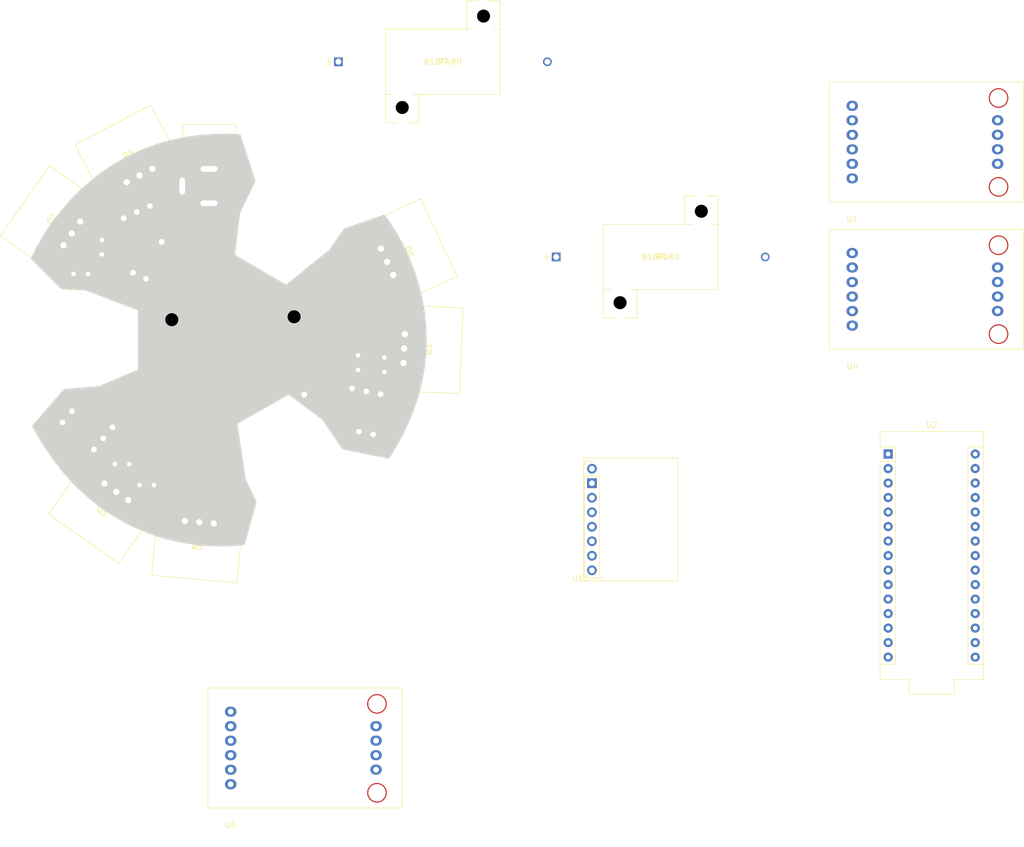
<source format=kicad_pcb>
(kicad_pcb (version 20211014) (generator pcbnew)
  (title_block (date "jeu. 02 avril 2015"))
  (layers (0 "F.Cu" signal) (31 "B.Cu" signal) (34 "B.Paste" user) (35 "F.Paste" user) (36 "B.SilkS" user "B.Silkscreen") (37 "F.SilkS" user "F.Silkscreen") (38 "B.Mask" user) (39 "F.Mask" user) (44 "Edge.Cuts" user))
  (net 0 "")
  (net 9 "Net-(J1-Pad2)")
  (net 29 "Net-(R1-Pad1)")
  (net 30 "Net-(R1-Pad2)")
  (net 31 "Net-(R2-Pad1)")
  (net 52 "Net-(U2-Pad5)")
  (net 53 "Net-(U1-Pad4)")
  (net 55 "Net-(R3-Pad1)")
  (net 56 "Net-(R3-Pad2)")
  (net 57 "Net-(R4-Pad1)")
  (net 58 "Net-(R5-Pad1)")
  (net 59 "Net-(R5-Pad2)")
  (net 60 "Net-(R6-Pad1)")
  (net 61 "Net-(U2-Pad6)")
  (net 62 "Net-(U2-Pad9)")
  (net 63 "Net-(U2-Pad16)")
  (net 66 "Net-(U1-Pad7)")
  (net 67 "Net-(U1-Pad8)")
  (net 69 "Net-(U1-Pad9)")
  (net 77 "Net-(U1-Pad10)")
  (net 78 "Net-(U11-Pad6)")
  (net 79 "Net-(U5-Pad4)")
  (net 82 "Net-(U10-Pad2)")
  (footprint "Resistor_THT:R_Axial_DIN0207_L6.3mm_D2.5mm_P2.54mm_Vertical" (layer "F.Cu") (at 63.83 70.425)
    (fp_text reference "R6" (at -0.975 2.375) (layer "F.SilkS"))
    (fp_text value "1kΩ")
    (fp_line (start 1.37 0) (end 1.44 0) (layer "F.SilkS") (width 0.12))
    (fp_circle (center 0 0) (end 1.37 0) (layer "F.SilkS") (width 0.12) (fill none))
    (pad "1" thru_hole circle locked (at 0 0) (size 1.6 1.6) (drill 0.8) (layers *.Cu *.Mask) (net 60 "Net-(R6-Pad1)"))
    (pad "2" thru_hole oval locked (at 2.54 0) (size 1.6 1.6) (drill 0.8) (layers *.Cu *.Mask) (net 59 "Net-(R5-Pad2)"))
  )
  (footprint "ATWCane-sensor-stuff:Solenoid" (layer "F.Cu") (at 61.925 96.375 -40)
    (fp_text reference "U8" (at 0.5 2.5 -40 unlocked) (layer "F.SilkS"))
    (fp_text value "Solenoid")
    (fp_text user "dir" (at 2.5 0 -40 unlocked) (layer "F.SilkS"))
    (fp_text user "Solenoid" (at -2.5 -1 50 unlocked) (layer "F.SilkS"))
    (fp_text user "tran" (at 3 -2.5 -40 unlocked) (layer "F.SilkS"))
    (fp_line (start -1.33 1.37) (end 1.33 1.37) (layer "F.SilkS") (width 0.12))
    (fp_line (start 1.33 -3.83) (end 1.33 -2.5) (layer "F.SilkS") (width 0.12))
    (fp_line (start -1.33 -1.23) (end 1.33 -1.23) (layer "F.SilkS") (width 0.12))
    (fp_line (start -1.33 -1.23) (end -1.33 1.37) (layer "F.SilkS") (width 0.12))
    (fp_line (start 0 -3.83) (end 1.33 -3.83) (layer "F.SilkS") (width 0.12))
    (fp_line (start 1.33 -1.23) (end 1.33 1.37) (layer "F.SilkS") (width 0.12))
    (pad "1" thru_hole rect (at 0 -2.5 320) (size 1.7 1.7) (drill 1) (layers *.Cu *.Mask))
    (pad "2" thru_hole oval (at 0 0.04 320) (size 1.7 1.7) (drill 1) (layers *.Cu *.Mask) (net 9 "Net-(J1-Pad2)"))
  )
  (footprint "footprints:810F4R0" (layer "F.Cu") (at 148.2895 67.446)
    (fp_text reference "R8" (at 18.288 0) (layer "F.SilkS"))
    (fp_text value "810F4R0" (at 18.288 0) (layer "F.SilkS"))
    (fp_text user "*" (at 0 0) (layer "F.SilkS"))
    (fp_line (start 8.255 -5.715) (end 8.255 5.715) (layer "F.SilkS") (width 0.12))
    (fp_line (start 28.321 -5.715) (end 27.032799 -5.715) (layer "F.SilkS") (width 0.12))
    (fp_line (start 12.808799 5.715) (end 28.321 5.715) (layer "F.SilkS") (width 0.12))
    (fp_line (start 28.321 5.715) (end 28.321 -5.715) (layer "F.SilkS") (width 0.12))
    (fp_line (start 24.517424 -10.668) (end 22.479 -10.668) (layer "F.SilkS") (width 0.12))
    (fp_line (start 23.767201 -5.715) (end 8.255 -5.715) (layer "F.SilkS") (width 0.12))
    (fp_line (start 8.255 5.715) (end 9.543201 5.715) (layer "F.SilkS") (width 0.12))
    (fp_line (start 14.097 10.668) (end 14.097 5.715) (layer "F.SilkS") (width 0.12))
    (fp_line (start 8.255 10.668) (end 10.293424 10.668) (layer "F.SilkS") (width 0.12))
    (fp_line (start 28.321 -5.715) (end 28.321 -10.668) (layer "F.SilkS") (width 0.12))
    (fp_line (start 8.255 5.715) (end 8.255 10.668) (layer "F.SilkS") (width 0.12))
    (fp_line (start -2.286 0) (end -1.09474 0) (layer "F.SilkS") (width 0.12))
    (fp_line (start -1.651 -0.635) (end -1.651 0.635) (layer "F.SilkS") (width 0.12))
    (fp_line (start 12.058576 10.668) (end 14.097 10.668) (layer "F.SilkS") (width 0.12))
    (fp_line (start 22.479 -10.668) (end 22.479 -5.715) (layer "F.SilkS") (width 0.12))
    (fp_line (start 28.321 -10.668) (end 26.282576 -10.668) (layer "F.SilkS") (width 0.12))
    (pad "" np_thru_hole circle (at 25.4 -8.001) (size 4.953 4.953) (drill 2.286) (layers))
    (pad "" np_thru_hole circle (at 11.176 8.001) (size 4.953 4.953) (drill 2.286) (layers))
    (pad "1" thru_hole rect (at 0 0) (size 1.524 1.524) (drill 1.016) (layers *.Cu *.Mask))
    (pad "2" thru_hole circle (at 36.576 0) (size 1.524 1.524) (drill 1.016) (layers *.Cu *.Mask))
  )
  (footprint "ATWCane-sensor-stuff:TO-220-3_VerticalHEAT" (layer "F.Cu") (at 88.360899 114.109062 175)
    (fp_text reference "Q5" (at 2.54 -4.27 175) (layer "F.SilkS"))
    (fp_text value "BD140")
    (fp_line (start -2.58 1.371) (end 7.66 1.371) (layer "F.SilkS") (width 0.12))
    (fp_line (start -2.58 -1.76) (end 7.66 -1.76) (layer "F.SilkS") (width 0.12))
    (fp_line (start 4.391 -3.27) (end 4.391 -1.76) (layer "F.SilkS") (width 0.12))
    (fp_line (start 7.66 -3.27) (end 7.66 1.371) (layer "F.SilkS") (width 0.12))
    (fp_line (start -2.58 -3.27) (end -2.58 1.371) (layer "F.SilkS") (width 0.12))
    (fp_line (start -2.58 -3.27) (end 7.66 -3.27) (layer "F.SilkS") (width 0.12))
    (fp_line (start 0.69 -3.27) (end 0.69 -1.76) (layer "F.SilkS") (width 0.12))
    (fp_rect (start -5 -10) (end 10 1.5) (layer "F.SilkS") (width 0.12) (fill none))
    (pad "1" thru_hole rect (at 0 0 175) (size 1.905 2) (drill 1.1) (layers *.Cu *.Mask))
    (pad "2" thru_hole oval (at 2.54 0 175) (size 1.905 2) (drill 1.1) (layers *.Cu *.Mask))
    (pad "3" thru_hole oval (at 5.08 0 175) (size 1.905 2) (drill 1.1) (layers *.Cu *.Mask))
  )
  (footprint "ATWCane-sensor-stuff:Board outline V1" (layer "F.Cu") (at 91 82)
    (fp_text reference "J2" (at -14.92 -27.05 unlocked) (layer "F.SilkS"))
    (fp_text value "Jack-DC")
    (fp_poly (pts (xy 1.885416 -35.892198) (xy 4.495901 -27.851027) (xy 1.814863 -22.313905) (xy 0.897665 -14.837026) (xy 10.034365 -9.511516) (xy 17.759985 -15.754003) (xy 20.229361 -19.386637) (xy 27.178892 -21.784881) (xy 27.830067 -20.909443) (xy 28.54133 -19.849474) (xy 29.418419 -18.405187) (xy 30.392864 -16.59947) (xy 31.396195 -14.455208) (xy 31.887297 -13.263274) (xy 32.359944 -11.995287) (xy 32.805577 -10.654107) (xy 33.215639 -9.242595) (xy 33.581571 -7.763612) (xy 33.894813 -6.220018) (xy 34.146807 -4.614675) (xy 34.328995 -2.950443) (xy 34.432818 -1.230183) (xy 34.449717 0.543245) (xy 34.371133 2.366979) (xy 34.188509 4.238158) (xy 33.893284 6.153923) (xy 33.476901 8.111411) (xy 32.9308 10.107762) (xy 32.246424 12.140116) (xy 31.415212 14.205611) (xy 30.428608 16.301387) (xy 29.278052 18.424583) (xy 27.954985 20.572338) (xy 19.98242 18.985264) (xy 16.52529 13.906632) (xy 10.528231 9.357025) (xy 1.320982 14.576733) (xy 2.802607 24.381321) (xy 4.672278 28.366638) (xy 2.626223 35.702446) (xy 1.577564 35.83422) (xy 0.342703 35.92586) (xy -1.298324 35.969713) (xy -3.294875 35.91706) (xy -5.596308 35.719184) (xy -8.151983 35.327366) (xy -9.509336 35.043505) (xy -10.911258 34.69289) (xy -12.351419 34.26943) (xy -13.82349 33.767037) (xy -15.32114 33.17962) (xy -16.838039 32.50109) (xy -18.367857 31.725356) (xy -19.904264 30.84633) (xy -21.440928 29.857921) (xy -22.971521 28.754041) (xy -24.489712 27.528598) (xy -25.989171 26.175503) (xy -27.463567 24.688668) (xy -28.906571 23.062001) (xy -30.311852 21.289413) (xy -31.67308 19.364815) (xy -32.983924 17.282117) (xy -34.238056 15.035229) (xy -28.770148 8.722203) (xy -22.631981 8.228447) (xy -15.717724 5.265911) (xy -15.717724 -5.314577) (xy -24.995528 -8.841408) (xy -29.369854 -9.158823) (xy -34.449716 -14.237457) (xy -33.999661 -15.233029) (xy -33.418179 -16.37187) (xy -32.582248 -17.844192) (xy -31.479262 -19.579581) (xy -30.096609 -21.507619) (xy -28.421683 -23.557891) (xy -27.470677 -24.606859) (xy -26.441874 -25.65998) (xy -25.333699 -26.708451) (xy -24.144574 -27.743471) (xy -22.872924 -28.756237) (xy -21.517174 -29.737947) (xy -20.075746 -30.679799) (xy -18.547065 -31.572992) (xy -16.929554 -32.408724) (xy -15.221638 -33.178191) (xy -13.421741 -33.872593) (xy -11.528285 -34.483127) (xy -9.539697 -35.000992) (xy -7.454398 -35.417384) (xy -5.270813 -35.723503) (xy -2.987367 -35.910547) (xy -0.602482 -35.969712) (xy 1.885416 -35.892198)) (layer "Edge.Cuts") (width 0.352725) (fill solid))
  )
  (footprint "Resistor_THT:R_Axial_DIN0207_L6.3mm_D2.5mm_P2.54mm_Vertical" (layer "F.Cu") (at 75.375 107.4)
    (fp_text reference "R3" (at 1.27 -2.37) (layer "F.SilkS"))
    (fp_text value "1kΩ")
    (fp_line (start 1.37 0) (end 1.44 0) (layer "F.SilkS") (width 0.12))
    (fp_circle (center 0 0) (end 1.37 0) (layer "F.SilkS") (width 0.12) (fill none))
    (pad "1" thru_hole circle locked (at 0 0) (size 1.6 1.6) (drill 0.8) (layers *.Cu *.Mask) (net 55 "Net-(R3-Pad1)"))
    (pad "2" thru_hole oval locked (at 2.54 0) (size 1.6 1.6) (drill 0.8) (layers *.Cu *.Mask) (net 56 "Net-(R3-Pad2)"))
  )
  (footprint "footprints:810F4R0" (layer "F.Cu") (at 79.24903 64.797262 -47)
    (fp_text reference "R9" (at 18.288 0 133) (layer "F.SilkS"))
    (fp_text value "Aluminum_Axiel_810_OHM" (at 18.288 0 133) (layer "F.SilkS"))
    (fp_text user "*" (at 0 0 133) (layer "F.SilkS"))
    (fp_line (start 28.321 -5.715) (end 27.032799 -5.715) (layer "F.SilkS") (width 0.12))
    (fp_line (start 8.255 -5.715) (end 8.255 5.715) (layer "F.SilkS") (width 0.12))
    (fp_line (start 12.058576 10.668) (end 14.097 10.668) (layer "F.SilkS") (width 0.12))
    (fp_line (start 8.255 5.715) (end 8.255 10.668) (layer "F.SilkS") (width 0.12))
    (fp_line (start 28.321 5.715) (end 28.321 -5.715) (layer "F.SilkS") (width 0.12))
    (fp_line (start 12.808799 5.715) (end 28.321 5.715) (layer "F.SilkS") (width 0.12))
    (fp_line (start -1.651 -0.635) (end -1.651 0.635) (layer "F.SilkS") (width 0.12))
    (fp_line (start 22.479 -10.668) (end 22.479 -5.715) (layer "F.SilkS") (width 0.12))
    (fp_line (start 23.767201 -5.715) (end 8.255 -5.715) (layer "F.SilkS") (width 0.12))
    (fp_line (start 14.097 10.668) (end 14.097 5.715) (layer "F.SilkS") (width 0.12))
    (fp_line (start 24.517424 -10.668) (end 22.479 -10.668) (layer "F.SilkS") (width 0.12))
    (fp_line (start 28.321 -5.715) (end 28.321 -10.668) (layer "F.SilkS") (width 0.12))
    (fp_line (start 28.321 -10.668) (end 26.282576 -10.668) (layer "F.SilkS") (width 0.12))
    (fp_line (start -2.286 0) (end -1.09474 0) (layer "F.SilkS") (width 0.12))
    (fp_line (start 8.255 5.715) (end 9.543201 5.715) (layer "F.SilkS") (width 0.12))
    (fp_line (start 8.255 10.668) (end 10.293424 10.668) (layer "F.SilkS") (width 0.12))
    (pad "" np_thru_hole circle (at 25.4 -8.001 313) (size 4.953 4.953) (drill 2.286) (layers))
    (pad "" np_thru_hole circle (at 11.176 8.001 313) (size 4.953 4.953) (drill 2.286) (layers))
    (pad "1" thru_hole rect (at 0 0 313) (size 1.524 1.524) (drill 1.016) (layers *.Cu *.Mask))
    (pad "2" thru_hole circle (at 36.576 0 313) (size 1.524 1.524) (drill 1.016) (layers *.Cu *.Mask))
  )
  (footprint "Arduino:Arduino_Nano" (layer "F.Cu") (at 206.38 101.95)
    (fp_text reference "U2" (at 7.62 -5.08) (layer "F.SilkS"))
    (fp_text value "Arduino_Nano")
    (fp_line (start -1.397 39.497) (end 3.683 39.497) (layer "F.SilkS") (width 0.12))
    (fp_line (start 1.27 -1.27) (end -1.397 -1.27) (layer "F.SilkS") (width 0.12))
    (fp_line (start 13.97 -1.27) (end 16.64 -1.27) (layer "F.SilkS") (width 0.12))
    (fp_line (start 1.27 1.27) (end -1.397 1.27) (layer "F.SilkS") (width 0.12))
    (fp_line (start 16.637 -3.937) (end -1.397 -3.937) (layer "F.SilkS") (width 0.12))
    (fp_line (start 1.27 1.27) (end 1.27 -1.27) (layer "F.SilkS") (width 0.12))
    (fp_line (start -1.397 -3.937) (end -1.397 -1.27) (layer "F.SilkS") (width 0.12))
    (fp_line (start -1.397 1.27) (end -1.397 39.497) (layer "F.SilkS") (width 0.12))
    (fp_line (start 1.27 1.27) (end 1.27 36.83) (layer "F.SilkS") (width 0.12))
    (fp_line (start 16.637 39.497) (end 16.637 -3.937) (layer "F.SilkS") (width 0.12))
    (fp_line (start 1.27 36.83) (end -1.4 36.83) (layer "F.SilkS") (width 0.12))
    (fp_line (start 3.683 42.037) (end 3.683 39.497) (layer "F.SilkS") (width 0.12))
    (fp_line (start 13.97 -1.27) (end 13.97 36.83) (layer "F.SilkS") (width 0.12))
    (fp_line (start 11.557 39.497) (end 16.637 39.497) (layer "F.SilkS") (width 0.12))
    (fp_line (start 13.97 36.83) (end 16.64 36.83) (layer "F.SilkS") (width 0.12))
    (fp_line (start 3.683 42.037) (end 11.557 42.037) (layer "F.SilkS") (width 0.12))
    (fp_line (start 11.557 42.037) (end 11.557 39.497) (layer "F.SilkS") (width 0.12))
    (pad "1" thru_hole rect (at 0 0) (size 1.6 1.6) (drill 0.8) (layers *.Cu *.Mask))
    (pad "2" thru_hole oval (at 0 2.54) (size 1.6 1.6) (drill 0.8) (layers *.Cu *.Mask))
    (pad "3" thru_hole oval (at 0 5.08) (size 1.6 1.6) (drill 0.8) (layers *.Cu *.Mask))
    (pad "4" thru_hole oval (at 0 7.62) (size 1.6 1.6) (drill 0.8) (layers *.Cu *.Mask))
    (pad "5" thru_hole oval (at 0 10.16) (size 1.6 1.6) (drill 0.8) (layers *.Cu *.Mask) (net 52 "Net-(U2-Pad5)"))
    (pad "6" thru_hole oval (at 0 12.7) (size 1.6 1.6) (drill 0.8) (layers *.Cu *.Mask) (net 61 "Net-(U2-Pad6)"))
    (pad "7" thru_hole oval (at 0 15.24) (size 1.6 1.6) (drill 0.8) (layers *.Cu *.Mask) (net 69 "Net-(U1-Pad9)"))
    (pad "8" thru_hole oval (at 0 17.78) (size 1.6 1.6) (drill 0.8) (layers *.Cu *.Mask) (net 67 "Net-(U1-Pad8)"))
    (pad "9" thru_hole oval (at 0 20.32) (size 1.6 1.6) (drill 0.8) (layers *.Cu *.Mask) (net 62 "Net-(U2-Pad9)"))
    (pad "10" thru_hole oval (at 0 22.86) (size 1.6 1.6) (drill 0.8) (layers *.Cu *.Mask))
    (pad "11" thru_hole oval (at 0 25.4) (size 1.6 1.6) (drill 0.8) (layers *.Cu *.Mask))
    (pad "12" thru_hole oval (at 0 27.94) (size 1.6 1.6) (drill 0.8) (layers *.Cu *.Mask))
    (pad "13" thru_hole oval (at 0 30.48) (size 1.6 1.6) (drill 0.8) (layers *.Cu *.Mask))
    (pad "14" thru_hole oval (at 0 33.02) (size 1.6 1.6) (drill 0.8) (layers *.Cu *.Mask))
    (pad "15" thru_hole oval (at 0 35.56) (size 1.6 1.6) (drill 0.8) (layers *.Cu *.Mask))
    (pad "16" thru_hole oval (at 15.24 35.56) (size 1.6 1.6) (drill 0.8) (layers *.Cu *.Mask) (net 63 "Net-(U2-Pad16)"))
    (pad "17" thru_hole oval (at 15.24 33.02) (size 1.6 1.6) (drill 0.8) (layers *.Cu *.Mask))
    (pad "18" thru_hole oval (at 15.24 30.48) (size 1.6 1.6) (drill 0.8) (layers *.Cu *.Mask))
    (pad "19" thru_hole oval (at 15.24 27.94) (size 1.6 1.6) (drill 0.8) (layers *.Cu *.Mask))
    (pad "20" thru_hole oval (at 15.24 25.4) (size 1.6 1.6) (drill 0.8) (layers *.Cu *.Mask))
    (pad "21" thru_hole oval (at 15.24 22.86) (size 1.6 1.6) (drill 0.8) (layers *.Cu *.Mask))
    (pad "22" thru_hole oval (at 15.24 20.32) (size 1.6 1.6) (drill 0.8) (layers *.Cu *.Mask))
    (pad "23" thru_hole oval (at 15.24 17.78) (size 1.6 1.6) (drill 0.8) (layers *.Cu *.Mask))
    (pad "24" thru_hole oval (at 15.24 15.24) (size 1.6 1.6) (drill 0.8) (layers *.Cu *.Mask) (net 78 "Net-(U11-Pad6)"))
    (pad "25" thru_hole oval (at 15.24 12.7) (size 1.6 1.6) (drill 0.8) (layers *.Cu *.Mask))
    (pad "26" thru_hole oval (at 15.24 10.16) (size 1.6 1.6) (drill 0.8) (layers *.Cu *.Mask))
    (pad "27" thru_hole oval (at 15.24 7.62) (size 1.6 1.6) (drill 0.8) (layers *.Cu *.Mask))
    (pad "28" thru_hole oval (at 15.24 5.08) (size 1.6 1.6) (drill 0.8) (layers *.Cu *.Mask))
    (pad "29" thru_hole oval (at 15.24 2.54) (size 1.6 1.6) (drill 0.8) (layers *.Cu *.Mask))
    (pad "30" thru_hole oval (at 15.24 0) (size 1.6 1.6) (drill 0.8) (layers *.Cu *.Mask))
  )
  (footprint "Connector_BarrelJack:BarrelJack_Horizontal" (layer "F.Cu") (at 87.538787 46.037312 -90)
    (fp_text reference "J1" (at 3.55 5.75 90) (layer "F.SilkS") (effects (justify mirror)))
    (fp_text value "Jack-DC")
    (fp_line (start 12.9 -4.6) (end 12.9 -2) (layer "F.SilkS") (width 0.12))
    (fp_line (start 7 4.6) (end -1.8 4.6) (layer "F.SilkS") (width 0.12))
    (fp_line (start 13.1 -3.75) (end 13.1 -4.8) (layer "F.SilkS") (width 0.12))
    (fp_line (start -1.8 4.6) (end -1.8 -4.6) (layer "F.SilkS") (width 0.12))
    (fp_line (start -1.8 -4.6) (end 12.9 -4.6) (layer "F.SilkS") (width 0.12))
    (fp_line (start 12.05 -4.8) (end 13.1 -4.8) (layer "F.SilkS") (width 0.12))
    (fp_line (start 12.9 4.6) (end 11 4.6) (layer "F.SilkS") (width 0.12))
    (fp_line (start 12.9 1.9) (end 12.9 4.6) (layer "F.SilkS") (width 0.12))
    (pad "1" thru_hole rect (at 12 0 270) (size 3.5 3.5) (drill oval 1 3) (layers *.Cu *.Mask))
    (pad "2" thru_hole roundrect (at 6 0 270) (size 3 3.5) (drill oval 1 3) (layers *.Cu *.Mask) (net 9 "Net-(J1-Pad2)"))
    (pad "3" thru_hole roundrect (at 9 4.7 270) (size 3.5 3.5) (drill oval 3 1) (layers *.Cu *.Mask))
  )
  (footprint "Connector_PinHeader_2.54mm:PinHeader_1x03_P2.54mm_Vertical" (layer "F.Cu") (at 72.586573 60.667111 115)
    (fp_text reference "U7" (at 0 -2.33 115) (layer "F.SilkS"))
    (fp_text value "Weight_Sens")
    (fp_line (start -1.33 1.27) (end -1.33 6.41) (layer "F.SilkS") (width 0.12))
    (fp_line (start -1.33 1.27) (end 1.33 1.27) (layer "F.SilkS") (width 0.12))
    (fp_line (start -1.33 0) (end -1.33 -1.33) (layer "F.SilkS") (width 0.12))
    (fp_line (start 1.33 1.27) (end 1.33 6.41) (layer "F.SilkS") (width 0.12))
    (fp_line (start -1.33 -1.33) (end 0 -1.33) (layer "F.SilkS") (width 0.12))
    (fp_line (start -1.33 6.41) (end 1.33 6.41) (layer "F.SilkS") (width 0.12))
    (pad "1" thru_hole rect locked (at 0 0 115) (size 1.7 1.7) (drill 1) (layers *.Cu *.Mask) (net 79 "Net-(U5-Pad4)"))
    (pad "2" thru_hole oval locked (at 0 2.54 115) (size 1.7 1.7) (drill 1) (layers *.Cu *.Mask) (net 58 "Net-(R5-Pad1)"))
    (pad "3" thru_hole oval locked (at 0 5.08 115) (size 1.7 1.7) (drill 1) (layers *.Cu *.Mask) (net 60 "Net-(R6-Pad1)"))
  )
  (footprint "ATWCane-sensor-stuff:TO-220-3_VerticalHEAT" (layer "F.Cu") (at 121.796586 80.949835 -92.5)
    (fp_text reference "Q3" (at 2.54 -4.27 87.5) (layer "F.SilkS"))
    (fp_text value "BD140")
    (fp_line (start -2.58 -3.27) (end 7.66 -3.27) (layer "F.SilkS") (width 0.12))
    (fp_line (start 4.391 -3.27) (end 4.391 -1.76) (layer "F.SilkS") (width 0.12))
    (fp_line (start 0.69 -3.27) (end 0.69 -1.76) (layer "F.SilkS") (width 0.12))
    (fp_line (start -2.58 -3.27) (end -2.58 1.371) (layer "F.SilkS") (width 0.12))
    (fp_line (start 7.66 -3.27) (end 7.66 1.371) (layer "F.SilkS") (width 0.12))
    (fp_line (start -2.58 1.371) (end 7.66 1.371) (layer "F.SilkS") (width 0.12))
    (fp_line (start -2.58 -1.76) (end 7.66 -1.76) (layer "F.SilkS") (width 0.12))
    (fp_rect (start -5 -10) (end 10 1.5) (layer "F.SilkS") (width 0.12) (fill none))
    (pad "1" thru_hole rect (at 0 0 267.5) (size 1.905 2) (drill 1.1) (layers *.Cu *.Mask))
    (pad "2" thru_hole oval (at 2.54 0 267.5) (size 1.905 2) (drill 1.1) (layers *.Cu *.Mask))
    (pad "3" thru_hole oval (at 5.08 0 267.5) (size 1.905 2) (drill 1.1) (layers *.Cu *.Mask))
  )
  (footprint "ATWCane-sensor-stuff:TO-220-3_VerticalHEAT" (layer "F.Cu") (at 73.125 54.35 27.5)
    (fp_text reference "Q4" (at 2.54 -4.27 27.5) (layer "F.SilkS"))
    (fp_text value "BD140")
    (fp_line (start 0.69 -3.27) (end 0.69 -1.76) (layer "F.SilkS") (width 0.12))
    (fp_line (start 4.391 -3.27) (end 4.391 -1.76) (layer "F.SilkS") (width 0.12))
    (fp_line (start -2.58 1.371) (end 7.66 1.371) (layer "F.SilkS") (width 0.12))
    (fp_line (start -2.58 -3.27) (end -2.58 1.371) (layer "F.SilkS") (width 0.12))
    (fp_line (start -2.58 -3.27) (end 7.66 -3.27) (layer "F.SilkS") (width 0.12))
    (fp_line (start -2.58 -1.76) (end 7.66 -1.76) (layer "F.SilkS") (width 0.12))
    (fp_line (start 7.66 -3.27) (end 7.66 1.371) (layer "F.SilkS") (width 0.12))
    (fp_rect (start -5 -10) (end 10 1.5) (layer "F.SilkS") (width 0.12) (fill none))
    (pad "1" thru_hole rect (at 0 0 27.5) (size 1.905 2) (drill 1.1) (layers *.Cu *.Mask))
    (pad "2" thru_hole oval (at 2.54 0 27.5) (size 1.905 2) (drill 1.1) (layers *.Cu *.Mask))
    (pad "3" thru_hole oval (at 5.08 0 27.5) (size 1.905 2) (drill 1.1) (layers *.Cu *.Mask))
  )
  (footprint "ATWCane-sensor-stuff:Solenoid" (layer "F.Cu") (at 74.261252 70.216905 -115)
    (fp_text reference "U10" (at 0.5 2.5 -115 unlocked) (layer "F.SilkS"))
    (fp_text value "Solenoid")
    (fp_text user "Solenoid" (at -2.5 -1 -25 unlocked) (layer "F.SilkS"))
    (fp_text user "tran" (at 3 -2.5 -115 unlocked) (layer "F.SilkS"))
    (fp_text user "dir" (at 2.5 0 -115 unlocked) (layer "F.SilkS"))
    (fp_line (start 1.33 -1.23) (end 1.33 1.37) (layer "F.SilkS") (width 0.12))
    (fp_line (start -1.33 -1.23) (end 1.33 -1.23) (layer "F.SilkS") (width 0.12))
    (fp_line (start 1.33 -3.83) (end 1.33 -2.5) (layer "F.SilkS") (width 0.12))
    (fp_line (start -1.33 1.37) (end 1.33 1.37) (layer "F.SilkS") (width 0.12))
    (fp_line (start -1.33 -1.23) (end -1.33 1.37) (layer "F.SilkS") (width 0.12))
    (fp_line (start 0 -3.83) (end 1.33 -3.83) (layer "F.SilkS") (width 0.12))
    (pad "1" thru_hole rect (at 0 -2.5 245) (size 1.7 1.7) (drill 1) (layers *.Cu *.Mask))
    (pad "2" thru_hole oval (at 0 0.04 245) (size 1.7 1.7) (drill 1) (layers *.Cu *.Mask) (net 82 "Net-(U10-Pad2)"))
  )
  (footprint "ATWCane-sensor-stuff:Solenoid" (layer "F.Cu") (at 116.225 98.525 78.5)
    (fp_text reference "U9" (at 0.5 2.5 78.5 unlocked) (layer "F.SilkS"))
    (fp_text value "Solenoid")
    (fp_text user "tran" (at 3 -2.5 78.5 unlocked) (layer "F.SilkS"))
    (fp_text user "dir" (at 2.5 0 78.5 unlocked) (layer "F.SilkS"))
    (fp_text user "Solenoid" (at -2.5 -1 168.5 unlocked) (layer "F.SilkS"))
    (fp_line (start 1.33 -1.23) (end 1.33 1.37) (layer "F.SilkS") (width 0.12))
    (fp_line (start 0 -3.83) (end 1.33 -3.83) (layer "F.SilkS") (width 0.12))
    (fp_line (start -1.33 -1.23) (end -1.33 1.37) (layer "F.SilkS") (width 0.12))
    (fp_line (start -1.33 -1.23) (end 1.33 -1.23) (layer "F.SilkS") (width 0.12))
    (fp_line (start 1.33 -3.83) (end 1.33 -2.5) (layer "F.SilkS") (width 0.12))
    (fp_line (start -1.33 1.37) (end 1.33 1.37) (layer "F.SilkS") (width 0.12))
    (pad "1" thru_hole rect (at 0 -2.5 78.5) (size 1.7 1.7) (drill 1) (layers *.Cu *.Mask))
    (pad "2" thru_hole oval (at 0 0.04 78.5) (size 1.7 1.7) (drill 1) (layers *.Cu *.Mask) (net 82 "Net-(U10-Pad2)"))
  )
  (footprint "ATWCane-sensor-stuff:HX711board" (layer "F.Cu") (at 200.095 87.08)
    (fp_text reference "U4" (at 0 -0.5 unlocked) (layer "F.SilkS"))
    (fp_text value "HX711-board")
    (fp_circle (center 25.6 -21.69) (end 27.225 -21.69) (layer "F.Cu") (width 0.2) (fill none))
    (fp_circle (center 25.6 -6.125) (end 27.225 -6.125) (layer "F.Cu") (width 0.2) (fill none))
    (fp_rect (start -4 -24.47) (end 30 -3.47) (layer "F.SilkS") (width 0.12) (fill none))
    (pad "1" thru_hole oval (at 0 -20.32) (size 2 1.75) (drill 1.016) (layers *.Cu *.Mask) (net 29 "Net-(R1-Pad1)"))
    (pad "2" thru_hole oval (at 0 -17.78) (size 2 1.75) (drill 1.016) (layers *.Cu *.Mask) (net 31 "Net-(R2-Pad1)"))
    (pad "3" thru_hole oval (at 0 -15.24) (size 2 1.75) (drill 1.016) (layers *.Cu *.Mask) (net 30 "Net-(R1-Pad2)"))
    (pad "4" thru_hole oval (at 0 -12.7) (size 2 1.75) (drill 1.016) (layers *.Cu *.Mask))
    (pad "5" thru_hole oval (at 0 -10.16) (size 2 1.75) (drill 1.016) (layers *.Cu *.Mask))
    (pad "6" thru_hole oval (at 0 -7.62) (size 2 1.75) (drill 1.016) (layers *.Cu *.Mask))
    (pad "7" thru_hole oval (at 25.44 -17.79 90) (size 1.75 2) (drill 1.016) (layers *.Cu *.Mask))
    (pad "8" thru_hole oval (at 25.44 -15.25 90) (size 1.75 2) (drill 1.016) (layers *.Cu *.Mask) (net 63 "Net-(U2-Pad16)"))
    (pad "9" thru_hole oval (at 25.44 -12.71 90) (size 1.75 2) (drill 1.016) (layers *.Cu *.Mask) (net 62 "Net-(U2-Pad9)"))
    (pad "10" thru_hole oval (at 25.44 -10.17) (size 2 1.75) (drill 1.016) (layers *.Cu *.Mask))
  )
  (footprint "Connector_PinHeader_2.54mm:PinHeader_1x03_P2.54mm_Vertical" (layer "F.Cu") (at 117.54931 91.478404 -101.5)
    (fp_text reference "U3" (at 0 -2.33 78.5) (layer "F.SilkS"))
    (fp_text value "Weight_Sens")
    (fp_line (start -1.33 -1.33) (end 0 -1.33) (layer "F.SilkS") (width 0.12))
    (fp_line (start -1.33 0) (end -1.33 -1.33) (layer "F.SilkS") (width 0.12))
    (fp_line (start -1.33 6.41) (end 1.33 6.41) (layer "F.SilkS") (width 0.12))
    (fp_line (start -1.33 1.27) (end -1.33 6.41) (layer "F.SilkS") (width 0.12))
    (fp_line (start -1.33 1.27) (end 1.33 1.27) (layer "F.SilkS") (width 0.12))
    (fp_line (start 1.33 1.27) (end 1.33 6.41) (layer "F.SilkS") (width 0.12))
    (pad "1" thru_hole rect locked (at 0 0 258.5) (size 1.7 1.7) (drill 1) (layers *.Cu *.Mask))
    (pad "2" thru_hole oval locked (at 0 2.54 258.5) (size 1.7 1.7) (drill 1) (layers *.Cu *.Mask) (net 31 "Net-(R2-Pad1)"))
    (pad "3" thru_hole oval locked (at 0 5.08 258.5) (size 1.7 1.7) (drill 1) (layers *.Cu *.Mask) (net 29 "Net-(R1-Pad1)"))
  )
  (footprint "Resistor_THT:R_Axial_DIN0207_L6.3mm_D2.5mm_P2.54mm_Vertical" (layer "F.Cu") (at 118.225 87.595 90)
    (fp_text reference "R2" (at 1.27 -2.37 90) (layer "F.SilkS"))
    (fp_text value "1kΩ")
    (fp_line (start 1.37 0) (end 1.44 0) (layer "F.SilkS") (width 0.12))
    (fp_circle (center 0 0) (end 1.37 0) (layer "F.SilkS") (width 0.12) (fill none))
    (pad "1" thru_hole circle locked (at 0 0 90) (size 1.6 1.6) (drill 0.8) (layers *.Cu *.Mask) (net 31 "Net-(R2-Pad1)"))
    (pad "2" thru_hole oval locked (at 2.54 0 90) (size 1.6 1.6) (drill 0.8) (layers *.Cu *.Mask) (net 30 "Net-(R1-Pad2)"))
  )
  (footprint "Resistor_THT:R_Axial_DIN0207_L6.3mm_D2.5mm_P2.54mm_Vertical" (layer "F.Cu") (at 68.775 66.99 90)
    (fp_text reference "R1" (at 1.27 -2.37 90) (layer "F.SilkS"))
    (fp_text value "1kΩ")
    (fp_line (start 1.37 0) (end 1.44 0) (layer "F.SilkS") (width 0.12))
    (fp_circle (center 0 0) (end 1.37 0) (layer "F.SilkS") (width 0.12) (fill none))
    (pad "1" thru_hole circle locked (at 0 0 90) (size 1.6 1.6) (drill 0.8) (layers *.Cu *.Mask) (net 29 "Net-(R1-Pad1)"))
    (pad "2" thru_hole oval locked (at 2.54 0 90) (size 1.6 1.6) (drill 0.8) (layers *.Cu *.Mask) (net 30 "Net-(R1-Pad2)"))
  )
  (footprint "ATWCane-sensor-stuff:TO-220-3_VerticalHEAT" (layer "F.Cu") (at 62.075 65.4 55)
    (fp_text reference "Q2" (at 2.54 -4.27 55) (layer "F.SilkS"))
    (fp_text value "BD140")
    (fp_line (start -2.58 -3.27) (end -2.58 1.371) (layer "F.SilkS") (width 0.12))
    (fp_line (start 0.69 -3.27) (end 0.69 -1.76) (layer "F.SilkS") (width 0.12))
    (fp_line (start 4.391 -3.27) (end 4.391 -1.76) (layer "F.SilkS") (width 0.12))
    (fp_line (start -2.58 -3.27) (end 7.66 -3.27) (layer "F.SilkS") (width 0.12))
    (fp_line (start -2.58 1.371) (end 7.66 1.371) (layer "F.SilkS") (width 0.12))
    (fp_line (start -2.58 -1.76) (end 7.66 -1.76) (layer "F.SilkS") (width 0.12))
    (fp_line (start 7.66 -3.27) (end 7.66 1.371) (layer "F.SilkS") (width 0.12))
    (fp_rect (start -5 -10) (end 10 1.5) (layer "F.SilkS") (width 0.12) (fill none))
    (pad "1" thru_hole rect (at 0 0 55) (size 1.905 2) (drill 1.1) (layers *.Cu *.Mask))
    (pad "2" thru_hole oval (at 2.54 0 55) (size 1.905 2) (drill 1.1) (layers *.Cu *.Mask))
    (pad "3" thru_hole oval (at 5.08 0 55) (size 1.905 2) (drill 1.1) (layers *.Cu *.Mask))
  )
  (footprint "ATWCane-sensor-stuff:MPU6050" (layer "F.Cu") (at 153.075 124.105)
    (fp_text reference "U11" (at -0.53 -0.38 unlocked) (layer "F.SilkS"))
    (fp_text value "MPU6050")
    (fp_line (start 0.14 -20.91) (end 1.47 -20.91) (layer "F.SilkS") (width 0.12))
    (fp_line (start 0.14 -18.31) (end 0.14 -0.47) (layer "F.SilkS") (width 0.12))
    (fp_line (start 0.14 -18.31) (end 2.8 -18.31) (layer "F.SilkS") (width 0.12))
    (fp_line (start 2.8 -18.31) (end 2.8 -0.47) (layer "F.SilkS") (width 0.12))
    (fp_line (start 0.67 -0.46) (end 3.33 -0.46) (layer "F.SilkS") (width 0.12))
    (fp_line (start 0.14 -19.58) (end 0.14 -20.91) (layer "F.SilkS") (width 0.12))
    (fp_rect (start 0 0.05) (end 16.5 -21.45) (layer "F.SilkS") (width 0.12) (fill none))
    (pad "" np_thru_hole oval (at 14.15 -2.3) (size 1.7 1.7) (drill 3.4) (layers F&B.Cu *.Mask))
    (pad "" np_thru_hole oval (at 14.15 -19.1) (size 1.7 1.7) (drill 3.4) (layers F&B.Cu *.Mask))
    (pad "1" thru_hole oval (at 1.47 -1.8) (size 1.7 1.7) (drill 1) (layers *.Cu *.Mask))
    (pad "2" thru_hole oval (at 1.47 -4.34) (size 1.7 1.7) (drill 1) (layers *.Cu *.Mask))
    (pad "3" thru_hole oval (at 1.47 -6.88) (size 1.7 1.7) (drill 1) (layers *.Cu *.Mask))
    (pad "4" thru_hole oval (at 1.47 -9.42) (size 1.7 1.7) (drill 1) (layers *.Cu *.Mask))
    (pad "5" thru_hole oval (at 1.47 -11.96) (size 1.7 1.7) (drill 1) (layers *.Cu *.Mask))
    (pad "6" thru_hole oval (at 1.47 -14.5) (size 1.7 1.7) (drill 1) (layers *.Cu *.Mask) (net 78 "Net-(U11-Pad6)"))
    (pad "7" thru_hole rect (at 1.47 -17.04) (size 1.7 1.7) (drill 1) (layers *.Cu *.Mask) (net 66 "Net-(U1-Pad7)"))
    (pad "8" thru_hole oval (at 1.47 -19.58) (size 1.7 1.7) (drill 1) (layers *.Cu *.Mask) (net 77 "Net-(U1-Pad10)"))
  )
  (footprint "ATWCane-sensor-stuff:HX711board" (layer "F.Cu") (at 200.095 61.3)
    (fp_text reference "U1" (at 0 -0.5 unlocked) (layer "F.SilkS"))
    (fp_text value "HX711-board")
    (fp_circle (center 25.6 -6.125) (end 27.225 -6.125) (layer "F.Cu") (width 0.2) (fill none))
    (fp_circle (center 25.6 -21.69) (end 27.225 -21.69) (layer "F.Cu") (width 0.2) (fill none))
    (fp_rect (start -4 -24.47) (end 30 -3.47) (layer "F.SilkS") (width 0.12) (fill none))
    (pad "1" thru_hole oval (at 0 -20.32) (size 2 1.75) (drill 1.016) (layers *.Cu *.Mask) (net 55 "Net-(R3-Pad1)"))
    (pad "2" thru_hole oval (at 0 -17.78) (size 2 1.75) (drill 1.016) (layers *.Cu *.Mask) (net 57 "Net-(R4-Pad1)"))
    (pad "3" thru_hole oval (at 0 -15.24) (size 2 1.75) (drill 1.016) (layers *.Cu *.Mask) (net 56 "Net-(R3-Pad2)"))
    (pad "4" thru_hole oval (at 0 -12.7) (size 2 1.75) (drill 1.016) (layers *.Cu *.Mask) (net 53 "Net-(U1-Pad4)"))
    (pad "5" thru_hole oval (at 0 -10.16) (size 2 1.75) (drill 1.016) (layers *.Cu *.Mask))
    (pad "6" thru_hole oval (at 0 -7.62) (size 2 1.75) (drill 1.016) (layers *.Cu *.Mask))
    (pad "7" thru_hole oval (at 25.44 -17.79 90) (size 1.75 2) (drill 1.016) (layers *.Cu *.Mask) (net 66 "Net-(U1-Pad7)"))
    (pad "8" thru_hole oval (at 25.44 -15.25 90) (size 1.75 2) (drill 1.016) (layers *.Cu *.Mask) (net 67 "Net-(U1-Pad8)"))
    (pad "9" thru_hole oval (at 25.44 -12.71 90) (size 1.75 2) (drill 1.016) (layers *.Cu *.Mask) (net 69 "Net-(U1-Pad9)"))
    (pad "10" thru_hole oval (at 25.44 -10.17) (size 2 1.75) (drill 1.016) (layers *.Cu *.Mask) (net 77 "Net-(U1-Pad10)"))
  )
  (footprint "Resistor_THT:R_Axial_DIN0207_L6.3mm_D2.5mm_P2.54mm_Vertical" (layer "F.Cu") (at 113.6 87.2 90)
    (fp_text reference "R5" (at 1.27 -2.37 90) (layer "F.SilkS"))
    (fp_text value "1kΩ")
    (fp_line (start 1.37 0) (end 1.44 0) (layer "F.SilkS") (width 0.12))
    (fp_circle (center 0 0) (end 1.37 0) (layer "F.SilkS") (width 0.12) (fill none))
    (pad "1" thru_hole circle locked (at 0 0 90) (size 1.6 1.6) (drill 0.8) (layers *.Cu *.Mask) (net 58 "Net-(R5-Pad1)"))
    (pad "2" thru_hole oval locked (at 2.54 0 90) (size 1.6 1.6) (drill 0.8) (layers *.Cu *.Mask) (net 59 "Net-(R5-Pad2)"))
  )
  (footprint "Connector_PinHeader_2.54mm:PinHeader_1x03_P2.54mm_Vertical" (layer "F.Cu") (at 70.648039 97.265738 -40)
    (fp_text reference "U6" (at 0 -2.33 140) (layer "F.SilkS"))
    (fp_text value "Weight_Sens")
    (fp_line (start -1.33 1.27) (end -1.33 6.41) (layer "F.SilkS") (width 0.12))
    (fp_line (start -1.33 -1.33) (end 0 -1.33) (layer "F.SilkS") (width 0.12))
    (fp_line (start -1.33 6.41) (end 1.33 6.41) (layer "F.SilkS") (width 0.12))
    (fp_line (start -1.33 1.27) (end 1.33 1.27) (layer "F.SilkS") (width 0.12))
    (fp_line (start 1.33 1.27) (end 1.33 6.41) (layer "F.SilkS") (width 0.12))
    (fp_line (start -1.33 0) (end -1.33 -1.33) (layer "F.SilkS") (width 0.12))
    (pad "1" thru_hole rect locked (at 0 0 320) (size 1.7 1.7) (drill 1) (layers *.Cu *.Mask) (net 53 "Net-(U1-Pad4)"))
    (pad "2" thru_hole oval locked (at 0 2.54 320) (size 1.7 1.7) (drill 1) (layers *.Cu *.Mask) (net 57 "Net-(R4-Pad1)"))
    (pad "3" thru_hole oval locked (at 0 5.08 320) (size 1.7 1.7) (drill 1) (layers *.Cu *.Mask) (net 55 "Net-(R3-Pad1)"))
  )
  (footprint "footprints:810F4R0" (layer "F.Cu") (at 110.172 33.27)
    (fp_text reference "R7" (at 18.288 0) (layer "F.SilkS"))
    (fp_text value "810F4R0" (at 18.288 0) (layer "F.SilkS"))
    (fp_text user "*" (at 0 0) (layer "F.SilkS"))
    (fp_line (start 8.255 5.715) (end 9.543201 5.715) (layer "F.SilkS") (width 0.12))
    (fp_line (start 28.321 5.715) (end 28.321 -5.715) (layer "F.SilkS") (width 0.12))
    (fp_line (start 23.767201 -5.715) (end 8.255 -5.715) (layer "F.SilkS") (width 0.12))
    (fp_line (start 14.097 10.668) (end 14.097 5.715) (layer "F.SilkS") (width 0.12))
    (fp_line (start 8.255 -5.715) (end 8.255 5.715) (layer "F.SilkS") (width 0.12))
    (fp_line (start -1.651 -0.635) (end -1.651 0.635) (layer "F.SilkS") (width 0.12))
    (fp_line (start 28.321 -10.668) (end 26.282576 -10.668) (layer "F.SilkS") (width 0.12))
    (fp_line (start 12.808799 5.715) (end 28.321 5.715) (layer "F.SilkS") (width 0.12))
    (fp_line (start -2.286 0) (end -1.09474 0) (layer "F.SilkS") (width 0.12))
    (fp_line (start 12.058576 10.668) (end 14.097 10.668) (layer "F.SilkS") (width 0.12))
    (fp_line (start 22.479 -10.668) (end 22.479 -5.715) (layer "F.SilkS") (width 0.12))
    (fp_line (start 8.255 5.715) (end 8.255 10.668) (layer "F.SilkS") (width 0.12))
    (fp_line (start 24.517424 -10.668) (end 22.479 -10.668) (layer "F.SilkS") (width 0.12))
    (fp_line (start 8.255 10.668) (end 10.293424 10.668) (layer "F.SilkS") (width 0.12))
    (fp_line (start 28.321 -5.715) (end 28.321 -10.668) (layer "F.SilkS") (width 0.12))
    (fp_line (start 28.321 -5.715) (end 27.032799 -5.715) (layer "F.SilkS") (width 0.12))
    (pad "" np_thru_hole circle (at 11.176 8.001) (size 4.953 4.953) (drill 2.286) (layers))
    (pad "" np_thru_hole circle (at 25.4 -8.001) (size 4.953 4.953) (drill 2.286) (layers))
    (pad "1" thru_hole rect (at 0 0) (size 1.524 1.524) (drill 1.016) (layers *.Cu *.Mask))
    (pad "2" thru_hole circle (at 36.576 0) (size 1.524 1.524) (drill 1.016) (layers *.Cu *.Mask))
  )
  (footprint "ATWCane-sensor-stuff:TO-220-3_VerticalHEAT" (layer "F.Cu") (at 73.38558 110.027545 145)
    (fp_text reference "Q1" (at 2.54 -4.27 145) (layer "F.SilkS"))
    (fp_text value "BD140")
    (fp_line (start -2.58 -3.27) (end 7.66 -3.27) (layer "F.SilkS") (width 0.12))
    (fp_line (start 4.391 -3.27) (end 4.391 -1.76) (layer "F.SilkS") (width 0.12))
    (fp_line (start -2.58 -3.27) (end -2.58 1.371) (layer "F.SilkS") (width 0.12))
    (fp_line (start -2.58 -1.76) (end 7.66 -1.76) (layer "F.SilkS") (width 0.12))
    (fp_line (start 7.66 -3.27) (end 7.66 1.371) (layer "F.SilkS") (width 0.12))
    (fp_line (start 0.69 -3.27) (end 0.69 -1.76) (layer "F.SilkS") (width 0.12))
    (fp_line (start -2.58 1.371) (end 7.66 1.371) (layer "F.SilkS") (width 0.12))
    (fp_rect (start -5 -10) (end 10 1.5) (layer "F.SilkS") (width 0.12) (fill none))
    (pad "1" thru_hole rect (at 0 0 145) (size 1.905 2) (drill 1.1) (layers *.Cu *.Mask))
    (pad "2" thru_hole oval (at 2.54 0 145) (size 1.905 2) (drill 1.1) (layers *.Cu *.Mask))
    (pad "3" thru_hole oval (at 5.08 0 145) (size 1.905 2) (drill 1.1) (layers *.Cu *.Mask))
  )
  (footprint "Resistor_THT:R_Axial_DIN0207_L6.3mm_D2.5mm_P2.54mm_Vertical" (layer "F.Cu") (at 71.05 103.725)
    (fp_text reference "R4" (at 1.27 -2.37) (layer "F.SilkS"))
    (fp_text value "1kΩ")
    (fp_line (start 1.37 0) (end 1.44 0) (layer "F.SilkS") (width 0.12))
    (fp_circle (center 0 0) (end 1.37 0) (layer "F.SilkS") (width 0.12) (fill none))
    (pad "1" thru_hole circle locked (at 0 0) (size 1.6 1.6) (drill 0.8) (layers *.Cu *.Mask) (net 57 "Net-(R4-Pad1)"))
    (pad "2" thru_hole oval locked (at 2.54 0) (size 1.6 1.6) (drill 0.8) (layers *.Cu *.Mask) (net 56 "Net-(R3-Pad2)"))
  )
  (footprint "ATWCane-sensor-stuff:TO-220-3_VerticalHEAT" (layer "F.Cu") (at 117.628099 65.995956 -65)
    (fp_text reference "Q6" (at 2.54 -4.27 115) (layer "F.SilkS"))
    (fp_text value "BD140")
    (fp_line (start 4.391 -3.27) (end 4.391 -1.76) (layer "F.SilkS") (width 0.12))
    (fp_line (start -2.58 -1.76) (end 7.66 -1.76) (layer "F.SilkS") (width 0.12))
    (fp_line (start 0.69 -3.27) (end 0.69 -1.76) (layer "F.SilkS") (width 0.12))
    (fp_line (start -2.58 -3.27) (end 7.66 -3.27) (layer "F.SilkS") (width 0.12))
    (fp_line (start 7.66 -3.27) (end 7.66 1.371) (layer "F.SilkS") (width 0.12))
    (fp_line (start -2.58 -3.27) (end -2.58 1.371) (layer "F.SilkS") (width 0.12))
    (fp_line (start -2.58 1.371) (end 7.66 1.371) (layer "F.SilkS") (width 0.12))
    (fp_rect (start -5 -10) (end 10 1.5) (layer "F.SilkS") (width 0.12) (fill none))
    (pad "1" thru_hole rect (at 0 0 295) (size 1.905 2) (drill 1.1) (layers *.Cu *.Mask))
    (pad "2" thru_hole oval (at 2.54 0 295) (size 1.905 2) (drill 1.1) (layers *.Cu *.Mask))
    (pad "3" thru_hole oval (at 5.08 0 295) (size 1.905 2) (drill 1.1) (layers *.Cu *.Mask))
  )
  (footprint "ATWCane-sensor-stuff:HX711board" (layer "F.Cu") (at 91.325 167.39)
    (fp_text reference "U5" (at 0 -0.5 unlocked) (layer "F.SilkS"))
    (fp_text value "HX711-board")
    (fp_circle (center 25.6 -6.125) (end 27.225 -6.125) (layer "F.Cu") (width 0.2) (fill none))
    (fp_circle (center 25.6 -21.69) (end 27.225 -21.69) (layer "F.Cu") (width 0.2) (fill none))
    (fp_rect (start -4 -24.47) (end 30 -3.47) (layer "F.SilkS") (width 0.12) (fill none))
    (pad "1" thru_hole oval (at 0 -20.32) (size 2 1.75) (drill 1.016) (layers *.Cu *.Mask) (net 60 "Net-(R6-Pad1)"))
    (pad "2" thru_hole oval (at 0 -17.78) (size 2 1.75) (drill 1.016) (layers *.Cu *.Mask) (net 58 "Net-(R5-Pad1)"))
    (pad "3" thru_hole oval (at 0 -15.24) (size 2 1.75) (drill 1.016) (layers *.Cu *.Mask) (net 59 "Net-(R5-Pad2)"))
    (pad "4" thru_hole oval (at 0 -12.7) (size 2 1.75) (drill 1.016) (layers *.Cu *.Mask) (net 79 "Net-(U5-Pad4)"))
    (pad "5" thru_hole oval (at 0 -10.16) (size 2 1.75) (drill 1.016) (layers *.Cu *.Mask))
    (pad "6" thru_hole oval (at 0 -7.62) (size 2 1.75) (drill 1.016) (layers *.Cu *.Mask))
    (pad "7" thru_hole oval (at 25.44 -17.79 90) (size 1.75 2) (drill 1.016) (layers *.Cu *.Mask) (net 66 "Net-(U1-Pad7)"))
    (pad "8" thru_hole oval (at 25.44 -15.25 90) (size 1.75 2) (drill 1.016) (layers *.Cu *.Mask) (net 61 "Net-(U2-Pad6)"))
    (pad "9" thru_hole oval (at 25.44 -12.71 90) (size 1.75 2) (drill 1.016) (layers *.Cu *.Mask) (net 52 "Net-(U2-Pad5)"))
    (pad "10" thru_hole oval (at 25.44 -10.17) (size 2 1.75) (drill 1.016) (layers *.Cu *.Mask) (net 77 "Net-(U1-Pad10)"))
  )
)
</source>
